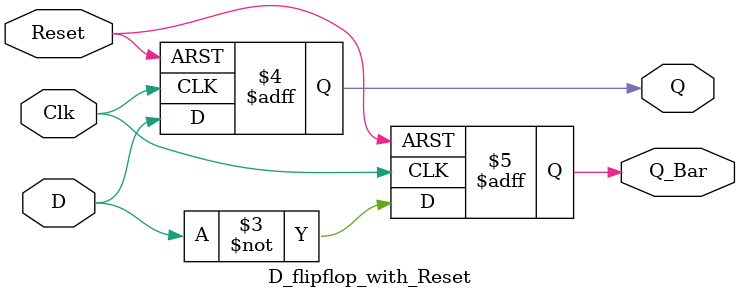
<source format=v>
`timescale 1ns / 1ps
module D_flipflop_with_Reset(
    input D,
    input Clk,
	 input Reset,
    output reg Q,
    output reg Q_Bar
    );
	 always @(posedge Clk, posedge Reset)
	 begin
	 if(Reset == 1)
	 begin
		Q <= 1'b0;
		Q_Bar <= 1'b1;
	 end
	 else
	 begin
		Q <= D;
		Q_Bar <=~ D;
	 end
	 end

endmodule

</source>
